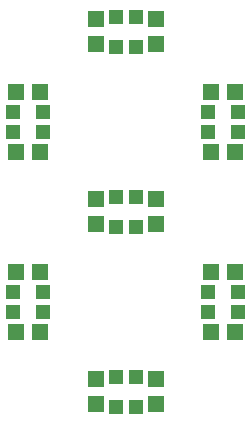
<source format=gts>
G75*
G70*
%OFA0B0*%
%FSLAX24Y24*%
%IPPOS*%
%LPD*%
%AMOC8*
5,1,8,0,0,1.08239X$1,22.5*
%
%ADD10R,0.0552X0.0552*%
%ADD11R,0.0474X0.0513*%
%ADD12R,0.0513X0.0474*%
D10*
X004850Y002187D03*
X006850Y002187D03*
X006850Y003013D03*
X004850Y003013D03*
X003013Y004600D03*
X002187Y004600D03*
X002187Y006600D03*
X003013Y006600D03*
X004850Y008187D03*
X006850Y008187D03*
X006850Y009013D03*
X004850Y009013D03*
X003013Y010600D03*
X002187Y010600D03*
X002187Y012600D03*
X003013Y012600D03*
X004850Y014187D03*
X006850Y014187D03*
X006850Y015013D03*
X004850Y015013D03*
X008687Y012600D03*
X009513Y012600D03*
X009513Y010600D03*
X008687Y010600D03*
X008687Y006600D03*
X009513Y006600D03*
X009513Y004600D03*
X008687Y004600D03*
D11*
X008600Y005265D03*
X009600Y005265D03*
X009600Y005935D03*
X008600Y005935D03*
X003100Y005935D03*
X002100Y005935D03*
X002100Y005265D03*
X003100Y005265D03*
X003100Y011265D03*
X002100Y011265D03*
X002100Y011935D03*
X003100Y011935D03*
X008600Y011935D03*
X009600Y011935D03*
X009600Y011265D03*
X008600Y011265D03*
D12*
X006185Y009100D03*
X005515Y009100D03*
X005515Y008100D03*
X006185Y008100D03*
X006185Y003100D03*
X005515Y003100D03*
X005515Y002100D03*
X006185Y002100D03*
X006185Y014100D03*
X005515Y014100D03*
X005515Y015100D03*
X006185Y015100D03*
M02*

</source>
